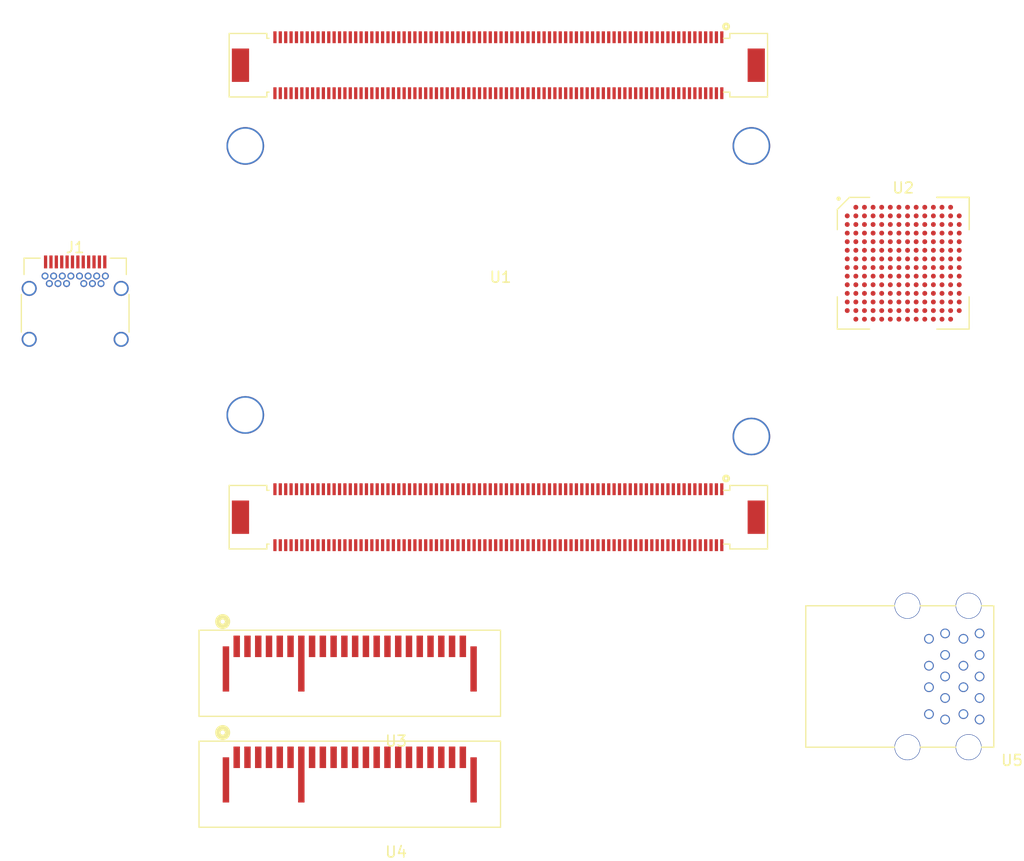
<source format=kicad_pcb>
(kicad_pcb (version 20210228) (generator pcbnew)
  (layers (0 "F.Cu" signal) (31 "B.Cu" signal) (34 "B.Paste" user) (35 "F.Paste" user) (36 "B.SilkS" user "B.Silkscreen") (37 "F.SilkS" user "F.Silkscreen") (38 "B.Mask" user) (39 "F.Mask" user) (44 "Edge.Cuts" user))
  (net 0 "")
  (net 574 "Net-(J1-PadA1)")
  (net 581 "Net-(J1-PadA4)")
  (footprint "USB:USB_C_Receptacle_Wurth_632723300011" (layer "F.Cu") (at 32.9 58.8)
    (fp_text reference "J1")
    (fp_text value "USB_C_Receptacle")
  )
  (footprint "Enclustra:Mercury_XU5" (layer "F.Cu") (at 72.2 56.5)
    (fp_text reference "U1")
    (fp_text value "Mercury_XU5_4CG-4EV-5EV")
  )
  (footprint "Connectors_OSRF:USB3_A_Dual_Stacked" (layer "F.Cu") (at 110.9 92.3)
    (fp_text reference "U5")
    (fp_text value "USB3_A_Dual_Stacked")
  )
  (footprint "USB:BGA-192_14x14_12.0x12.0mm" (layer "F.Cu") (at 109.8 53.9)
    (fp_text reference "U2")
    (fp_text value "CYUSB43x7")
  )
  (footprint "Connectors_OSRF:AMPHENOL_SFW15R+SFW21R" (layer "F.Cu") (at 58.3 92.5)
    (fp_text reference "U3")
    (fp_text value "PICAM_Expandable")
  )
  (footprint "Connectors_OSRF:AMPHENOL_SFW15R+SFW21R" (layer "F.Cu") (at 58.3 102.81)
    (fp_text reference "U4")
    (fp_text value "PICAM_Expandable")
  )
)
</source>
